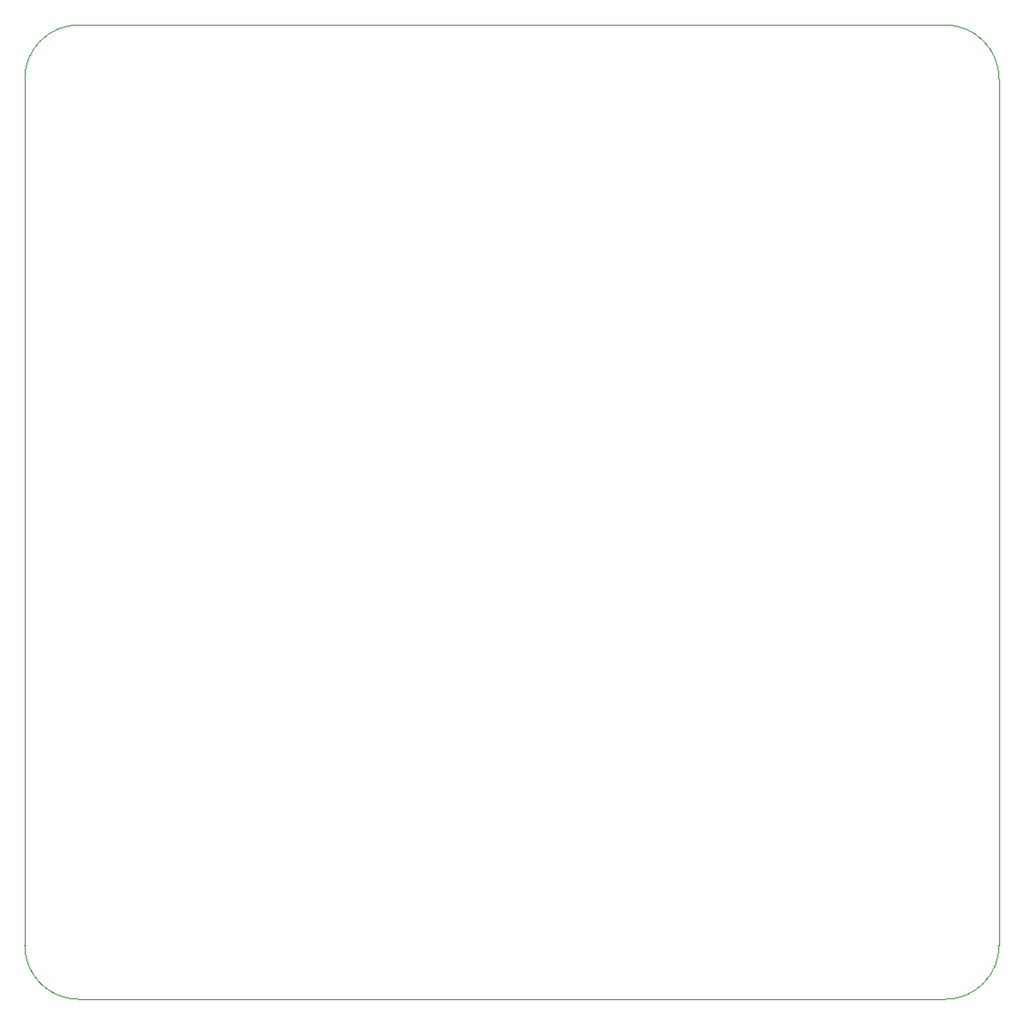
<source format=gbr>
%TF.GenerationSoftware,KiCad,Pcbnew,8.0.3*%
%TF.CreationDate,2024-07-10T23:10:10+09:00*%
%TF.ProjectId,power_control,706f7765-725f-4636-9f6e-74726f6c2e6b,rev?*%
%TF.SameCoordinates,PX5b8d800PY3473bc0*%
%TF.FileFunction,Profile,NP*%
%FSLAX46Y46*%
G04 Gerber Fmt 4.6, Leading zero omitted, Abs format (unit mm)*
G04 Created by KiCad (PCBNEW 8.0.3) date 2024-07-10 23:10:10*
%MOMM*%
%LPD*%
G01*
G04 APERTURE LIST*
%TA.AperFunction,Profile*%
%ADD10C,0.050000*%
%TD*%
G04 APERTURE END LIST*
D10*
X90000000Y-85000000D02*
X90000000Y-5000000D01*
X85000000Y0D02*
X5000000Y0D01*
X0Y-5000000D02*
G75*
G02*
X5000000Y0I5000000J0D01*
G01*
X5000000Y-90000000D02*
G75*
G02*
X0Y-85000000I0J5000000D01*
G01*
X85000000Y0D02*
G75*
G02*
X90000000Y-5000000I0J-5000000D01*
G01*
X0Y-5000000D02*
X0Y-85000000D01*
X5000000Y-90000000D02*
X85000000Y-90000000D01*
X90000000Y-85000000D02*
G75*
G02*
X85000000Y-90000000I-5000000J0D01*
G01*
M02*

</source>
